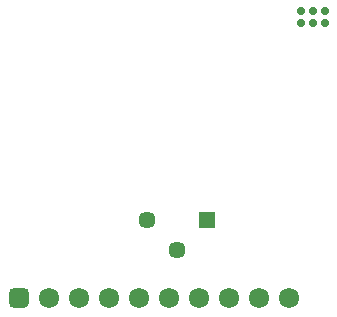
<source format=gbs>
G04*
G04 #@! TF.GenerationSoftware,Altium Limited,Altium Designer,23.8.1 (32)*
G04*
G04 Layer_Color=16711935*
%FSLAX25Y25*%
%MOIN*%
G70*
G04*
G04 #@! TF.SameCoordinates,A9E98482-AA81-4C70-AF81-B552D0338214*
G04*
G04*
G04 #@! TF.FilePolarity,Negative*
G04*
G01*
G75*
%ADD84R,0.05721X0.05721*%
%ADD85C,0.05721*%
%ADD86C,0.06784*%
G04:AMPARAMS|DCode=87|XSize=67.84mil|YSize=67.84mil|CornerRadius=18.96mil|HoleSize=0mil|Usage=FLASHONLY|Rotation=0.000|XOffset=0mil|YOffset=0mil|HoleType=Round|Shape=RoundedRectangle|*
%AMROUNDEDRECTD87*
21,1,0.06784,0.02992,0,0,0.0*
21,1,0.02992,0.06784,0,0,0.0*
1,1,0.03792,0.01496,-0.01496*
1,1,0.03792,-0.01496,-0.01496*
1,1,0.03792,-0.01496,0.01496*
1,1,0.03792,0.01496,0.01496*
%
%ADD87ROUNDEDRECTD87*%
%ADD88C,0.02769*%
D84*
X350500Y262500D02*
D03*
D85*
X340500Y252500D02*
D03*
X330500Y262500D02*
D03*
D86*
X358000Y236350D02*
D03*
X338000D02*
D03*
X298000D02*
D03*
X308000D02*
D03*
X318000D02*
D03*
X328000D02*
D03*
X348000D02*
D03*
X368000D02*
D03*
X378000D02*
D03*
D87*
X288000D02*
D03*
D88*
X389937Y332000D02*
D03*
Y328063D02*
D03*
X386000Y332000D02*
D03*
Y328063D02*
D03*
X382063Y332000D02*
D03*
Y328063D02*
D03*
M02*

</source>
